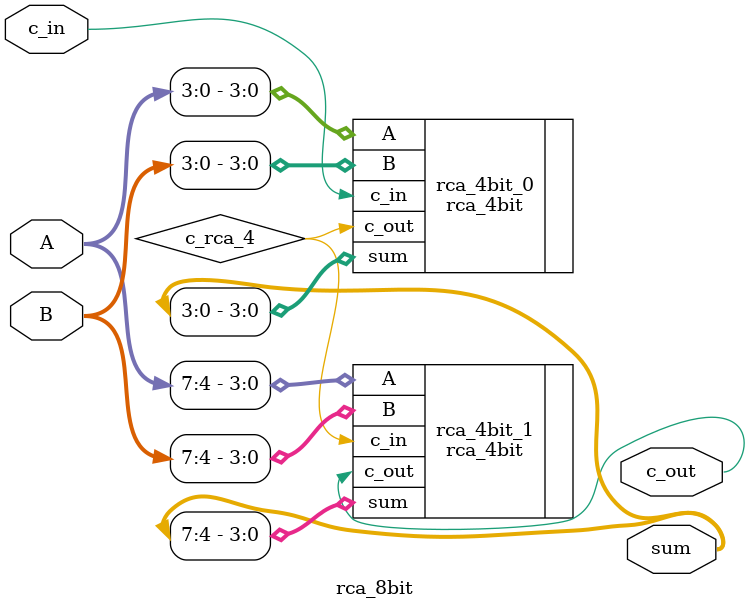
<source format=v>
`timescale 1ps/1ps
module rca_8bit (
    input [7:0] A,
    input [7:0] B,
    input c_in,
    output [7:0] sum,
    output c_out
);  
    wire c_rca_4;
    
    rca_4bit rca_4bit_0(.A(A[3:0]), .B(B[3:0]), .c_in(c_in), .sum(sum[3:0]), .c_out(c_rca_4));
    rca_4bit rca_4bit_1(.A(A[7:4]), .B(B[7:4]), .c_in(c_rca_4), .sum(sum[7:4]), .c_out(c_out));
endmodule
</source>
